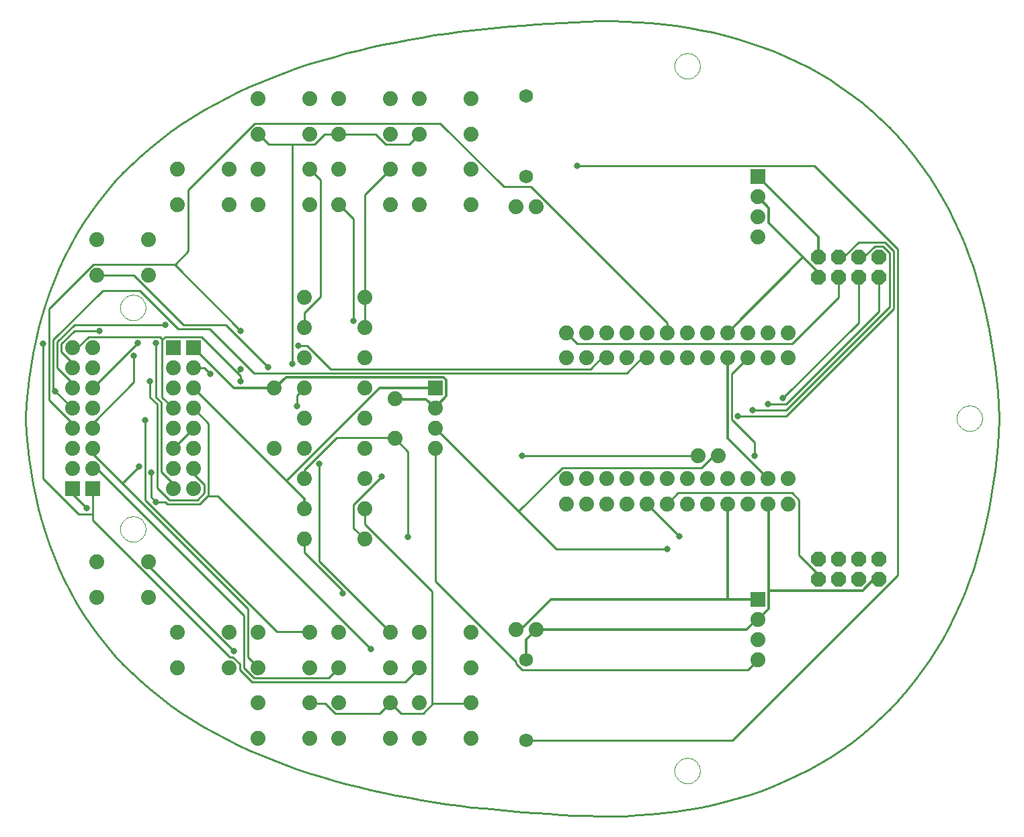
<source format=gbl>
G75*
%MOIN*%
%OFA0B0*%
%FSLAX24Y24*%
%IPPOS*%
%LPD*%
%AMOC8*
5,1,8,0,0,1.08239X$1,22.5*
%
%ADD10C,0.0100*%
%ADD11C,0.0000*%
%ADD12C,0.0740*%
%ADD13OC8,0.0740*%
%ADD14R,0.0740X0.0740*%
%ADD15C,0.0680*%
%ADD16C,0.0120*%
%ADD17C,0.0320*%
D10*
X028635Y039627D02*
X028000Y039609D01*
X027365Y039590D01*
X026730Y039554D01*
X026096Y039517D01*
X025462Y039471D01*
X024829Y039425D01*
X024195Y039370D01*
X023563Y039314D01*
X022931Y039250D01*
X022300Y039186D01*
X021669Y039103D01*
X021040Y039020D01*
X020412Y038927D01*
X019785Y038824D01*
X019159Y038709D01*
X018535Y038591D01*
X017912Y038465D01*
X017292Y038330D01*
X016674Y038184D01*
X016058Y038027D01*
X015445Y037860D01*
X014835Y037682D01*
X014228Y037494D01*
X013625Y037294D01*
X013027Y037081D01*
X012433Y036856D01*
X011845Y036617D01*
X011262Y036364D01*
X010685Y036097D01*
X010116Y035816D01*
X009555Y035517D01*
X009002Y035205D01*
X008459Y034876D01*
X007926Y034529D01*
X007405Y034167D01*
X006895Y033787D01*
X006399Y033390D01*
X005918Y032976D01*
X005452Y032545D01*
X005002Y032096D01*
X004569Y031631D01*
X004155Y031149D01*
X003760Y030652D01*
X003385Y030139D01*
X003030Y029613D01*
X002696Y029072D01*
X002384Y028518D01*
X002093Y027953D01*
X001824Y027378D01*
X001576Y026793D01*
X001349Y026200D01*
X001144Y025598D01*
X000959Y024991D01*
X000794Y024378D01*
X000648Y023760D01*
X000522Y023138D01*
X000414Y022512D01*
X000323Y021884D01*
X000249Y021252D01*
X000192Y020620D01*
X000150Y019986D01*
X000150Y019804D01*
X000192Y019171D01*
X000249Y018538D01*
X000323Y017907D01*
X000414Y017278D01*
X000522Y016652D01*
X000649Y016030D01*
X000794Y015412D01*
X000959Y014799D01*
X001144Y014191D01*
X001349Y013589D01*
X001576Y012996D01*
X001823Y012411D01*
X002093Y011836D01*
X002384Y011271D01*
X002696Y010717D01*
X003030Y010176D01*
X003384Y009650D01*
X003759Y009137D01*
X004154Y008640D01*
X004568Y008158D01*
X005001Y007692D01*
X005450Y007243D01*
X005916Y006813D01*
X006398Y006398D01*
X006893Y006001D01*
X007403Y005620D01*
X007924Y005257D01*
X008457Y004910D01*
X009000Y004581D01*
X009553Y004267D01*
X010114Y003969D01*
X010683Y003687D01*
X011260Y003420D01*
X011842Y003167D01*
X012431Y002927D01*
X013025Y002701D01*
X013623Y002489D01*
X014226Y002287D01*
X014833Y002098D01*
X015443Y001921D01*
X016056Y001754D01*
X016672Y001598D01*
X017290Y001452D01*
X017911Y001316D01*
X018533Y001189D01*
X019157Y001070D01*
X019783Y000955D01*
X020410Y000852D01*
X021039Y000759D01*
X021668Y000676D01*
X022299Y000593D01*
X022930Y000529D01*
X023562Y000465D01*
X024195Y000409D01*
X024828Y000354D01*
X025462Y000308D01*
X026096Y000262D01*
X026730Y000225D01*
X027365Y000189D01*
X028000Y000170D01*
X028635Y000152D01*
X029265Y000150D01*
X029894Y000159D01*
X030524Y000196D01*
X031152Y000242D01*
X031779Y000297D01*
X032405Y000380D01*
X033027Y000473D01*
X033647Y000588D01*
X034264Y000718D01*
X034876Y000867D01*
X035484Y001034D01*
X036086Y001220D01*
X036681Y001426D01*
X037270Y001651D01*
X037850Y001897D01*
X038422Y002162D01*
X038984Y002447D01*
X039535Y002753D01*
X040074Y003077D01*
X040601Y003423D01*
X041114Y003790D01*
X041613Y004175D01*
X042096Y004579D01*
X042563Y005000D01*
X043014Y005441D01*
X043447Y005899D01*
X043862Y006373D01*
X044258Y006862D01*
X044635Y007366D01*
X044994Y007884D01*
X045333Y008416D01*
X045653Y008959D01*
X045953Y009513D01*
X046235Y010077D01*
X046497Y010650D01*
X046741Y011230D01*
X046967Y011818D01*
X047174Y012413D01*
X047365Y013013D01*
X047538Y013618D01*
X047695Y014228D01*
X047836Y014841D01*
X047962Y015459D01*
X048072Y016078D01*
X048168Y016701D01*
X048250Y017325D01*
X048319Y017952D01*
X048375Y018580D01*
X048419Y019210D01*
X048450Y019838D01*
X048450Y019941D01*
X048419Y020570D01*
X048375Y021199D01*
X048319Y021827D01*
X048250Y022454D01*
X048168Y023078D01*
X048072Y023700D01*
X047962Y024319D01*
X047836Y024937D01*
X047695Y025550D01*
X047538Y026161D01*
X047365Y026767D01*
X047174Y027366D01*
X046967Y027961D01*
X046741Y028549D01*
X046497Y029130D01*
X046235Y029703D01*
X045953Y030267D01*
X045653Y030821D01*
X045333Y031364D01*
X044994Y031896D01*
X044635Y032413D01*
X044258Y032917D01*
X043862Y033407D01*
X043447Y033881D01*
X043014Y034339D01*
X042563Y034780D01*
X042096Y035201D01*
X041613Y035605D01*
X041114Y035990D01*
X040601Y036357D01*
X040074Y036703D01*
X039535Y037028D01*
X038983Y037333D01*
X038422Y037618D01*
X037850Y037883D01*
X037270Y038129D01*
X036681Y038354D01*
X036086Y038560D01*
X035484Y038747D01*
X034876Y038913D01*
X034264Y039062D01*
X033648Y039192D01*
X033028Y039307D01*
X032405Y039400D01*
X031780Y039483D01*
X031152Y039538D01*
X030524Y039584D01*
X029895Y039621D01*
X029265Y039630D01*
X028635Y039628D01*
X036335Y018052D02*
X036335Y018702D01*
X035185Y019852D01*
X035185Y022102D01*
X035985Y022902D01*
X041485Y026902D02*
X041485Y024652D01*
X037735Y020902D01*
X042485Y026902D02*
X042485Y025202D01*
X037885Y020602D01*
X036985Y020602D01*
X041485Y027902D02*
X041735Y027902D01*
X042285Y028452D01*
X042685Y028452D01*
X043035Y028102D01*
X043035Y025452D01*
X037885Y020302D01*
X036235Y020302D01*
X040485Y026902D02*
X040485Y025902D01*
X038185Y023602D01*
X027535Y023602D01*
X026985Y024152D01*
X010835Y022002D02*
X010835Y021752D01*
X008885Y023952D02*
X010660Y022177D01*
X010835Y022002D01*
X008885Y023952D02*
X007085Y023952D01*
X006935Y023802D02*
X006960Y023827D01*
X007085Y023952D01*
X006935Y023802D02*
X006935Y020952D01*
X007485Y020402D01*
X002485Y023402D02*
X002735Y023402D01*
X003285Y023952D01*
X006835Y023952D01*
X006935Y023852D01*
X006960Y023827D01*
X010835Y022352D02*
X010685Y022202D01*
X010660Y022177D01*
X026485Y013402D02*
X031985Y013402D01*
X020485Y019402D02*
X024610Y015277D01*
X026485Y013402D01*
X034535Y018052D02*
X034285Y018052D01*
X033685Y017452D01*
X026785Y017452D01*
X024635Y015302D01*
X024610Y015277D01*
X020485Y018402D02*
X020485Y011802D01*
X024485Y007802D01*
X024485Y007702D01*
X024785Y007402D01*
X035985Y007402D01*
X036485Y007902D01*
X033535Y018052D02*
X024785Y018052D01*
X006635Y015752D02*
X007085Y015752D01*
X007185Y015652D01*
X008785Y015652D01*
X009235Y016102D02*
X009210Y016077D01*
X008785Y015652D01*
X009235Y016102D02*
X009235Y019652D01*
X008485Y020402D01*
X006385Y017202D02*
X006385Y016002D01*
X006635Y015752D01*
X017285Y008452D02*
X009685Y016052D01*
X009235Y016052D01*
X009210Y016077D01*
X002485Y016402D02*
X002485Y016152D01*
X003185Y015452D01*
X018485Y018952D02*
X015585Y018952D01*
X013985Y017352D01*
X013985Y016902D01*
X018485Y018918D02*
X018485Y018952D01*
X019135Y014002D02*
X019135Y018252D01*
X018485Y018902D01*
X018485Y018918D01*
X039485Y011902D02*
X039485Y012152D01*
X038535Y013102D01*
X038535Y015852D01*
X038185Y016202D01*
X032535Y016202D01*
X031985Y015652D01*
X030985Y015652D02*
X032585Y014052D01*
X015885Y011202D02*
X015885Y011352D01*
X013985Y013252D01*
X013985Y013902D01*
X002485Y019402D02*
X002485Y019652D01*
X001335Y020802D01*
X001335Y025352D01*
X003535Y027552D01*
X007535Y027552D01*
X010835Y024252D02*
X007560Y027527D01*
X007535Y027552D01*
X008485Y019402D02*
X007485Y018402D01*
X031985Y024152D02*
X031985Y024652D01*
X025235Y031402D01*
X023885Y031402D01*
X020735Y034552D01*
X011535Y034552D01*
X008235Y031252D01*
X008235Y028202D01*
X007585Y027552D01*
X007560Y027527D01*
X001635Y021252D02*
X002485Y020402D01*
X030985Y022902D02*
X030735Y022902D01*
X029985Y022152D01*
X011485Y022152D01*
X009285Y024352D01*
X007735Y024352D01*
X005835Y026252D01*
X003985Y026252D01*
X001535Y023802D01*
X001535Y021352D01*
X001635Y021252D01*
X002485Y021402D02*
X002485Y021652D01*
X001735Y022402D01*
X001735Y023702D01*
X002585Y024552D01*
X007085Y024552D01*
X007485Y016402D02*
X007485Y016652D01*
X006885Y017252D01*
X006885Y020702D01*
X006635Y020952D01*
X006635Y023652D01*
X008485Y022402D02*
X009035Y022402D01*
X009335Y022102D01*
X008485Y017402D02*
X008485Y017152D01*
X009035Y016602D01*
X009035Y016202D01*
X008685Y015852D01*
X007285Y015852D01*
X006685Y016452D01*
X006685Y020602D01*
X006335Y020952D01*
X006335Y021752D01*
X002485Y022402D02*
X002485Y022652D01*
X001935Y023202D01*
X001935Y023602D01*
X002585Y024252D01*
X003835Y024252D01*
X028985Y022902D02*
X028735Y022902D01*
X028185Y022352D01*
X015285Y022352D01*
X014135Y023502D01*
X013685Y023502D01*
X040485Y027902D02*
X040735Y027902D01*
X041485Y028652D01*
X042785Y028652D01*
X043235Y028202D01*
X043235Y025352D01*
X037885Y020002D01*
X035485Y020002D01*
X013635Y020502D02*
X013635Y021052D01*
X013985Y021402D01*
X015735Y034002D02*
X017535Y034002D01*
X018035Y033502D01*
X019185Y033502D01*
X019685Y034002D01*
X015735Y034002D02*
X015705Y034012D01*
X019685Y034002D02*
X019705Y034012D01*
X015685Y034002D02*
X014985Y034002D01*
X014485Y033502D01*
X012235Y033502D02*
X013385Y033502D01*
X014485Y033502D01*
X012235Y033502D02*
X011735Y034002D01*
X015685Y034002D02*
X015705Y034012D01*
X011735Y034002D02*
X011705Y034012D01*
X013385Y033502D02*
X013385Y022602D01*
X003485Y014852D02*
X003485Y015152D01*
X003485Y016402D01*
X003485Y014852D02*
X010285Y008052D01*
X010435Y008052D01*
X010785Y007702D01*
X010785Y007402D01*
X011385Y006802D01*
X018985Y006802D01*
X019685Y007502D01*
X019705Y007512D01*
X001035Y023602D02*
X001035Y016902D01*
X002785Y015152D01*
X003485Y015152D01*
X016985Y024402D02*
X016985Y025902D01*
X016985Y031002D01*
X018235Y032252D01*
X018265Y032292D01*
X003485Y017402D02*
X003685Y017402D01*
X010985Y010102D01*
X010985Y007502D01*
X011485Y007002D01*
X015185Y007002D01*
X015685Y007502D01*
X015705Y007512D01*
X013985Y024402D02*
X013985Y025152D01*
X014785Y025952D01*
X014785Y031752D01*
X014285Y032252D01*
X014265Y032292D01*
X003485Y018402D02*
X003485Y018152D01*
X011185Y010452D02*
X004960Y016677D01*
X003485Y018152D01*
X011185Y010452D02*
X011185Y008052D01*
X011685Y007552D01*
X011705Y007512D01*
X005785Y017502D02*
X004985Y016702D01*
X004960Y016677D01*
X003485Y019402D02*
X003485Y019652D01*
X005535Y021702D01*
X005535Y023002D01*
X017835Y017002D02*
X016435Y015602D01*
X016435Y014452D01*
X016985Y013902D01*
X005735Y023652D02*
X003485Y021402D01*
X016435Y024752D02*
X016435Y029802D01*
X015735Y030502D01*
X015705Y030512D01*
X003735Y027002D02*
X005535Y027002D01*
X007985Y024552D01*
X010085Y024552D01*
X012185Y022452D01*
X003735Y027002D02*
X003705Y027012D01*
X006085Y019802D02*
X006085Y015852D01*
X012635Y009302D01*
X014235Y009302D01*
X014265Y009292D01*
X014735Y017652D02*
X014735Y012802D01*
X018235Y009302D01*
X018265Y009292D01*
X014285Y005752D02*
X015035Y005752D01*
X015535Y005252D01*
X017735Y005252D01*
X018235Y005752D01*
X014285Y005752D02*
X014265Y005792D01*
X018235Y005752D02*
X018265Y005792D01*
X020385Y005752D02*
X022235Y005752D01*
X019885Y005252D02*
X020360Y005727D01*
X020385Y005752D01*
X019885Y005252D02*
X018785Y005252D01*
X018285Y005752D01*
X022235Y005752D02*
X022265Y005792D01*
X018285Y005752D02*
X018265Y005792D01*
X016985Y015402D02*
X016985Y014652D01*
X020335Y011302D01*
X020335Y005752D01*
X020360Y005727D01*
X006285Y012752D02*
X006285Y012552D01*
X010485Y008352D01*
X006285Y012752D02*
X006265Y012792D01*
X024985Y003902D02*
X035235Y003902D01*
X043435Y012102D01*
X043435Y028302D01*
X039285Y032452D01*
X027535Y032452D01*
D11*
X004855Y025402D02*
X004857Y025452D01*
X004863Y025502D01*
X004873Y025551D01*
X004887Y025599D01*
X004904Y025646D01*
X004925Y025691D01*
X004950Y025735D01*
X004978Y025776D01*
X005010Y025815D01*
X005044Y025852D01*
X005081Y025886D01*
X005121Y025916D01*
X005163Y025943D01*
X005207Y025967D01*
X005253Y025988D01*
X005300Y026004D01*
X005348Y026017D01*
X005398Y026026D01*
X005447Y026031D01*
X005498Y026032D01*
X005548Y026029D01*
X005597Y026022D01*
X005646Y026011D01*
X005694Y025996D01*
X005740Y025978D01*
X005785Y025956D01*
X005828Y025930D01*
X005869Y025901D01*
X005908Y025869D01*
X005944Y025834D01*
X005976Y025796D01*
X006006Y025756D01*
X006033Y025713D01*
X006056Y025669D01*
X006075Y025623D01*
X006091Y025575D01*
X006103Y025526D01*
X006111Y025477D01*
X006115Y025427D01*
X006115Y025377D01*
X006111Y025327D01*
X006103Y025278D01*
X006091Y025229D01*
X006075Y025181D01*
X006056Y025135D01*
X006033Y025091D01*
X006006Y025048D01*
X005976Y025008D01*
X005944Y024970D01*
X005908Y024935D01*
X005869Y024903D01*
X005828Y024874D01*
X005785Y024848D01*
X005740Y024826D01*
X005694Y024808D01*
X005646Y024793D01*
X005597Y024782D01*
X005548Y024775D01*
X005498Y024772D01*
X005447Y024773D01*
X005398Y024778D01*
X005348Y024787D01*
X005300Y024800D01*
X005253Y024816D01*
X005207Y024837D01*
X005163Y024861D01*
X005121Y024888D01*
X005081Y024918D01*
X005044Y024952D01*
X005010Y024989D01*
X004978Y025028D01*
X004950Y025069D01*
X004925Y025113D01*
X004904Y025158D01*
X004887Y025205D01*
X004873Y025253D01*
X004863Y025302D01*
X004857Y025352D01*
X004855Y025402D01*
X004855Y014402D02*
X004857Y014452D01*
X004863Y014502D01*
X004873Y014551D01*
X004887Y014599D01*
X004904Y014646D01*
X004925Y014691D01*
X004950Y014735D01*
X004978Y014776D01*
X005010Y014815D01*
X005044Y014852D01*
X005081Y014886D01*
X005121Y014916D01*
X005163Y014943D01*
X005207Y014967D01*
X005253Y014988D01*
X005300Y015004D01*
X005348Y015017D01*
X005398Y015026D01*
X005447Y015031D01*
X005498Y015032D01*
X005548Y015029D01*
X005597Y015022D01*
X005646Y015011D01*
X005694Y014996D01*
X005740Y014978D01*
X005785Y014956D01*
X005828Y014930D01*
X005869Y014901D01*
X005908Y014869D01*
X005944Y014834D01*
X005976Y014796D01*
X006006Y014756D01*
X006033Y014713D01*
X006056Y014669D01*
X006075Y014623D01*
X006091Y014575D01*
X006103Y014526D01*
X006111Y014477D01*
X006115Y014427D01*
X006115Y014377D01*
X006111Y014327D01*
X006103Y014278D01*
X006091Y014229D01*
X006075Y014181D01*
X006056Y014135D01*
X006033Y014091D01*
X006006Y014048D01*
X005976Y014008D01*
X005944Y013970D01*
X005908Y013935D01*
X005869Y013903D01*
X005828Y013874D01*
X005785Y013848D01*
X005740Y013826D01*
X005694Y013808D01*
X005646Y013793D01*
X005597Y013782D01*
X005548Y013775D01*
X005498Y013772D01*
X005447Y013773D01*
X005398Y013778D01*
X005348Y013787D01*
X005300Y013800D01*
X005253Y013816D01*
X005207Y013837D01*
X005163Y013861D01*
X005121Y013888D01*
X005081Y013918D01*
X005044Y013952D01*
X005010Y013989D01*
X004978Y014028D01*
X004950Y014069D01*
X004925Y014113D01*
X004904Y014158D01*
X004887Y014205D01*
X004873Y014253D01*
X004863Y014302D01*
X004857Y014352D01*
X004855Y014402D01*
X046355Y019902D02*
X046357Y019952D01*
X046363Y020002D01*
X046373Y020051D01*
X046387Y020099D01*
X046404Y020146D01*
X046425Y020191D01*
X046450Y020235D01*
X046478Y020276D01*
X046510Y020315D01*
X046544Y020352D01*
X046581Y020386D01*
X046621Y020416D01*
X046663Y020443D01*
X046707Y020467D01*
X046753Y020488D01*
X046800Y020504D01*
X046848Y020517D01*
X046898Y020526D01*
X046947Y020531D01*
X046998Y020532D01*
X047048Y020529D01*
X047097Y020522D01*
X047146Y020511D01*
X047194Y020496D01*
X047240Y020478D01*
X047285Y020456D01*
X047328Y020430D01*
X047369Y020401D01*
X047408Y020369D01*
X047444Y020334D01*
X047476Y020296D01*
X047506Y020256D01*
X047533Y020213D01*
X047556Y020169D01*
X047575Y020123D01*
X047591Y020075D01*
X047603Y020026D01*
X047611Y019977D01*
X047615Y019927D01*
X047615Y019877D01*
X047611Y019827D01*
X047603Y019778D01*
X047591Y019729D01*
X047575Y019681D01*
X047556Y019635D01*
X047533Y019591D01*
X047506Y019548D01*
X047476Y019508D01*
X047444Y019470D01*
X047408Y019435D01*
X047369Y019403D01*
X047328Y019374D01*
X047285Y019348D01*
X047240Y019326D01*
X047194Y019308D01*
X047146Y019293D01*
X047097Y019282D01*
X047048Y019275D01*
X046998Y019272D01*
X046947Y019273D01*
X046898Y019278D01*
X046848Y019287D01*
X046800Y019300D01*
X046753Y019316D01*
X046707Y019337D01*
X046663Y019361D01*
X046621Y019388D01*
X046581Y019418D01*
X046544Y019452D01*
X046510Y019489D01*
X046478Y019528D01*
X046450Y019569D01*
X046425Y019613D01*
X046404Y019658D01*
X046387Y019705D01*
X046373Y019753D01*
X046363Y019802D01*
X046357Y019852D01*
X046355Y019902D01*
X032355Y002402D02*
X032357Y002452D01*
X032363Y002502D01*
X032373Y002551D01*
X032387Y002599D01*
X032404Y002646D01*
X032425Y002691D01*
X032450Y002735D01*
X032478Y002776D01*
X032510Y002815D01*
X032544Y002852D01*
X032581Y002886D01*
X032621Y002916D01*
X032663Y002943D01*
X032707Y002967D01*
X032753Y002988D01*
X032800Y003004D01*
X032848Y003017D01*
X032898Y003026D01*
X032947Y003031D01*
X032998Y003032D01*
X033048Y003029D01*
X033097Y003022D01*
X033146Y003011D01*
X033194Y002996D01*
X033240Y002978D01*
X033285Y002956D01*
X033328Y002930D01*
X033369Y002901D01*
X033408Y002869D01*
X033444Y002834D01*
X033476Y002796D01*
X033506Y002756D01*
X033533Y002713D01*
X033556Y002669D01*
X033575Y002623D01*
X033591Y002575D01*
X033603Y002526D01*
X033611Y002477D01*
X033615Y002427D01*
X033615Y002377D01*
X033611Y002327D01*
X033603Y002278D01*
X033591Y002229D01*
X033575Y002181D01*
X033556Y002135D01*
X033533Y002091D01*
X033506Y002048D01*
X033476Y002008D01*
X033444Y001970D01*
X033408Y001935D01*
X033369Y001903D01*
X033328Y001874D01*
X033285Y001848D01*
X033240Y001826D01*
X033194Y001808D01*
X033146Y001793D01*
X033097Y001782D01*
X033048Y001775D01*
X032998Y001772D01*
X032947Y001773D01*
X032898Y001778D01*
X032848Y001787D01*
X032800Y001800D01*
X032753Y001816D01*
X032707Y001837D01*
X032663Y001861D01*
X032621Y001888D01*
X032581Y001918D01*
X032544Y001952D01*
X032510Y001989D01*
X032478Y002028D01*
X032450Y002069D01*
X032425Y002113D01*
X032404Y002158D01*
X032387Y002205D01*
X032373Y002253D01*
X032363Y002302D01*
X032357Y002352D01*
X032355Y002402D01*
X032355Y037402D02*
X032357Y037452D01*
X032363Y037502D01*
X032373Y037551D01*
X032387Y037599D01*
X032404Y037646D01*
X032425Y037691D01*
X032450Y037735D01*
X032478Y037776D01*
X032510Y037815D01*
X032544Y037852D01*
X032581Y037886D01*
X032621Y037916D01*
X032663Y037943D01*
X032707Y037967D01*
X032753Y037988D01*
X032800Y038004D01*
X032848Y038017D01*
X032898Y038026D01*
X032947Y038031D01*
X032998Y038032D01*
X033048Y038029D01*
X033097Y038022D01*
X033146Y038011D01*
X033194Y037996D01*
X033240Y037978D01*
X033285Y037956D01*
X033328Y037930D01*
X033369Y037901D01*
X033408Y037869D01*
X033444Y037834D01*
X033476Y037796D01*
X033506Y037756D01*
X033533Y037713D01*
X033556Y037669D01*
X033575Y037623D01*
X033591Y037575D01*
X033603Y037526D01*
X033611Y037477D01*
X033615Y037427D01*
X033615Y037377D01*
X033611Y037327D01*
X033603Y037278D01*
X033591Y037229D01*
X033575Y037181D01*
X033556Y037135D01*
X033533Y037091D01*
X033506Y037048D01*
X033476Y037008D01*
X033444Y036970D01*
X033408Y036935D01*
X033369Y036903D01*
X033328Y036874D01*
X033285Y036848D01*
X033240Y036826D01*
X033194Y036808D01*
X033146Y036793D01*
X033097Y036782D01*
X033048Y036775D01*
X032998Y036772D01*
X032947Y036773D01*
X032898Y036778D01*
X032848Y036787D01*
X032800Y036800D01*
X032753Y036816D01*
X032707Y036837D01*
X032663Y036861D01*
X032621Y036888D01*
X032581Y036918D01*
X032544Y036952D01*
X032510Y036989D01*
X032478Y037028D01*
X032450Y037069D01*
X032425Y037113D01*
X032404Y037158D01*
X032387Y037205D01*
X032373Y037253D01*
X032363Y037302D01*
X032357Y037352D01*
X032355Y037402D01*
D12*
X037985Y016902D03*
X036985Y016902D03*
X035985Y016902D03*
X034985Y016902D03*
X033985Y016902D03*
X032985Y016902D03*
X031985Y016902D03*
X030985Y016902D03*
X029985Y016902D03*
X028985Y016902D03*
X027985Y016902D03*
X026985Y016902D03*
X026985Y022902D03*
X027985Y022902D03*
X028985Y022902D03*
X029985Y022902D03*
X030985Y022902D03*
X031985Y022902D03*
X032985Y022902D03*
X033985Y022902D03*
X034985Y022902D03*
X035985Y022902D03*
X036985Y022902D03*
X037985Y022902D03*
X033535Y018052D03*
X034535Y018052D03*
X037985Y015652D03*
X036985Y015652D03*
X035985Y015652D03*
X034985Y015652D03*
X033985Y015652D03*
X032985Y015652D03*
X031985Y015652D03*
X030985Y015652D03*
X029985Y015652D03*
X028985Y015652D03*
X027985Y015652D03*
X026985Y015652D03*
X026985Y024152D03*
X027985Y024152D03*
X028985Y024152D03*
X029985Y024152D03*
X030985Y024152D03*
X031985Y024152D03*
X032985Y024152D03*
X033985Y024152D03*
X034985Y024152D03*
X035985Y024152D03*
X036985Y024152D03*
X037985Y024152D03*
X036485Y030902D03*
X036485Y029902D03*
X036485Y028902D03*
X036485Y009902D03*
X036485Y008902D03*
X036485Y007902D03*
X020485Y020402D03*
X020485Y019402D03*
X020485Y018402D03*
X024485Y030402D03*
X025485Y030402D03*
X007485Y022402D03*
X007485Y021402D03*
X007485Y020402D03*
X007485Y019402D03*
X007485Y018402D03*
X007485Y017402D03*
X007485Y016402D03*
X003485Y017402D03*
X003485Y018402D03*
X003485Y019402D03*
X003485Y020402D03*
X003485Y021402D03*
X003485Y022402D03*
X003485Y023402D03*
X019705Y035792D03*
X022265Y035792D03*
X019705Y034012D03*
X022265Y034012D03*
X019705Y032292D03*
X022265Y032292D03*
X019705Y030512D03*
X022265Y030512D03*
X022265Y007512D03*
X019705Y007512D03*
X022265Y009292D03*
X019705Y009292D03*
X022265Y004012D03*
X019705Y004012D03*
X022265Y005792D03*
X019705Y005792D03*
X015705Y035792D03*
X018265Y035792D03*
X015705Y034012D03*
X018265Y034012D03*
X015705Y032292D03*
X018265Y032292D03*
X015705Y030512D03*
X018265Y030512D03*
X018265Y007512D03*
X015705Y007512D03*
X018265Y009292D03*
X015705Y009292D03*
X018265Y004012D03*
X015705Y004012D03*
X018265Y005792D03*
X015705Y005792D03*
X011705Y035792D03*
X014265Y035792D03*
X011705Y034012D03*
X014265Y034012D03*
X011705Y032292D03*
X014265Y032292D03*
X011705Y030512D03*
X014265Y030512D03*
X014265Y007512D03*
X011705Y007512D03*
X014265Y009292D03*
X011705Y009292D03*
X014265Y004012D03*
X011705Y004012D03*
X014265Y005792D03*
X011705Y005792D03*
X007705Y032292D03*
X010265Y032292D03*
X007705Y030512D03*
X010265Y030512D03*
X010265Y007512D03*
X007705Y007512D03*
X010265Y009292D03*
X007705Y009292D03*
X003705Y028792D03*
X006265Y028792D03*
X003705Y027012D03*
X006265Y027012D03*
X006265Y011012D03*
X003705Y011012D03*
X006265Y012792D03*
X003705Y012792D03*
X024485Y009402D03*
X025485Y009402D03*
X016985Y022902D03*
X013985Y022902D03*
X013985Y024402D03*
X016985Y024402D03*
X016985Y025902D03*
X013985Y025902D03*
X013985Y021402D03*
X016985Y021402D03*
X016985Y019902D03*
X013985Y019902D03*
X013985Y018402D03*
X016985Y018402D03*
X013985Y015402D03*
X016985Y015402D03*
X016985Y016902D03*
X013985Y016902D03*
X018485Y018918D03*
X018485Y020886D03*
X008485Y022402D03*
X008485Y021402D03*
X008485Y020402D03*
X008485Y019402D03*
X008485Y018402D03*
X008485Y017402D03*
X008485Y016402D03*
X002485Y017402D03*
X002485Y018402D03*
X002485Y019402D03*
X002485Y020402D03*
X002485Y021402D03*
X002485Y022402D03*
X002485Y023402D03*
X016985Y013902D03*
X013985Y013902D03*
X012485Y018402D03*
X012485Y021402D03*
D13*
X042485Y027902D03*
X042485Y026902D03*
X041485Y027902D03*
X041485Y026902D03*
X040485Y027902D03*
X040485Y026902D03*
X039485Y027902D03*
X039485Y026902D03*
X042485Y012902D03*
X042485Y011902D03*
X041485Y012902D03*
X041485Y011902D03*
X040485Y012902D03*
X040485Y011902D03*
X039485Y012902D03*
X039485Y011902D03*
D14*
X036485Y031902D03*
X036485Y010902D03*
X020485Y021402D03*
X007485Y023402D03*
X003485Y016402D03*
X008485Y023402D03*
X002485Y016402D03*
D15*
X024985Y031902D03*
X024985Y035902D03*
X024985Y007902D03*
X024985Y003902D03*
D16*
X018485Y020852D02*
X020035Y020852D01*
X020485Y020402D01*
X018485Y020852D02*
X018485Y020886D01*
X012485Y021402D02*
X010485Y021402D01*
X008485Y023402D01*
X020485Y020452D02*
X021035Y021002D01*
X021035Y021802D01*
X020885Y021952D01*
X013085Y021952D01*
X012535Y021402D01*
X020485Y020452D02*
X020485Y020402D01*
X012535Y021402D02*
X012485Y021402D01*
X039485Y026902D02*
X039485Y027152D01*
X037035Y029602D02*
X038735Y027902D01*
X039485Y027152D01*
X037035Y029602D02*
X037035Y030352D01*
X036485Y030902D01*
X038735Y027902D02*
X034985Y024152D01*
X024985Y007902D02*
X024985Y008902D01*
X025485Y009402D01*
X036485Y009902D02*
X037035Y010452D01*
X037035Y015602D02*
X037035Y011352D01*
X037035Y010452D01*
X037035Y015602D02*
X036985Y015652D01*
X042485Y011902D02*
X042235Y011902D01*
X041685Y011352D01*
X037085Y011352D01*
X037035Y011352D01*
X025535Y009402D02*
X035935Y009402D01*
X036435Y009902D01*
X025535Y009402D02*
X025485Y009402D01*
X036435Y009902D02*
X036485Y009902D01*
X034985Y022902D02*
X034985Y018902D01*
X036985Y016902D01*
X039485Y027902D02*
X039485Y028902D01*
X036485Y031902D01*
X013985Y015902D02*
X013985Y015402D01*
X008485Y021402D02*
X013110Y016777D01*
X013985Y015902D01*
X020485Y021402D02*
X017735Y021402D01*
X013135Y016802D01*
X013110Y016777D01*
X024485Y009402D02*
X024735Y009402D01*
X026235Y010902D01*
X036485Y010902D02*
X034985Y010902D01*
X026235Y010902D01*
X034985Y015652D02*
X034985Y010952D01*
X034985Y010902D01*
D17*
X036335Y018052D03*
X037735Y020902D03*
X036985Y020602D03*
X036235Y020302D03*
X010835Y021752D03*
X010835Y022352D03*
X031985Y013402D03*
X024785Y018052D03*
X006635Y015752D03*
X006385Y017202D03*
X017285Y008452D03*
X003185Y015452D03*
X019135Y014002D03*
X032585Y014052D03*
X015885Y011202D03*
X010835Y024252D03*
X001635Y021252D03*
X007085Y024552D03*
X006635Y023652D03*
X009335Y022102D03*
X006335Y021752D03*
X003835Y024252D03*
X013685Y023502D03*
X035485Y020002D03*
X013635Y020502D03*
X013385Y022602D03*
X001035Y023602D03*
X005785Y017502D03*
X005535Y023002D03*
X017835Y017002D03*
X005735Y023652D03*
X016435Y024752D03*
X012185Y022452D03*
X006085Y019802D03*
X014735Y017652D03*
X010485Y008352D03*
X027535Y032452D03*
M02*

</source>
